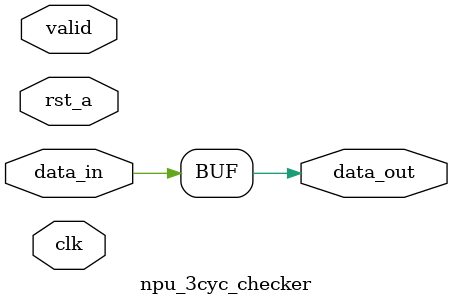
<source format=sv>
/*
 * Copyright (C) 2021-2023 Synopsys, Inc. All rights reserved.
 *
 * SYNOPSYS CONFIDENTIAL - This is an unpublished, confidential, and
 * proprietary work of Synopsys, Inc., and may be subject to patent,
 * copyright, trade secret, and other legal or contractual protection.
 * This work may be used only pursuant to the terms and conditions of a
 * written license agreement with Synopsys, Inc. All other use, reproduction,
 * distribution, or disclosure of this work is strictly prohibited.
 *
 * The entire notice above must be reproduced on all authorized copies.
 */

//
// Multi-cycle path checker
//

module npu_3cyc_checker 
  #( 
     parameter int WIDTH = 1,
     parameter bit DISABLE_OPTION = 1'b0
   ) 
  (
// spyglass disable_block W240
//SMD:No unread signal
//SJ :clk rst_a and valid will be used in check config
   input  logic              clk,           // clock for checking
   input  logic              rst_a,         // reset for checking
   input  logic              valid,         // input data is valid
// spyglass enable_block W240
   input  logic [WIDTH-1:0]  data_in,       // input data
   output logic [WIDTH-1:0]  data_out       // output data
   );
  
`ifdef SYNTHESIS
  assign   data_out = data_in;
`else  
 `ifdef NO_3CYC_CHECKER
  assign   data_out = data_in;
 `else
// leda off
// LMD: turn Leda checking off
// LJ: this module contains special checker code that should be excepted from Synthesis and Leda checks

  
  // This signal is used to control the 2 cycle checker output by TB to prevent 'x' propagation 
  // to external signals. When this signal is 1, the checker output is same as the input.
  // default chekcer output 'x'
  logic checker_out_ctrl;
  assign checker_out_ctrl = DISABLE_OPTION;
  // Check 2-cycle timing paths: 
  // In the first cycle data_out is forced to X until the next clock cycle.
  // Only in the 3rd cycle data_out gets the value of data_in.
  logic [WIDTH-1:0]  data_int;
  assign data_int = (~checker_out_ctrl) & (~$stable(data_in,@(posedge clk))) ? 'x : data_in;
  assign data_out = (~checker_out_ctrl) & (~$stable(data_int,@(posedge clk))) ? 'x : data_int;

  stable_check: assert property (@(posedge clk) disable iff (rst_a !== 1'b0) valid & ~$stable(data_in) |=> ##[1:2] $stable(data_in))
    else      $error("[ERROR - %m]: Violation found \n");
 // leda on
 `endif
`endif

endmodule : npu_3cyc_checker

</source>
